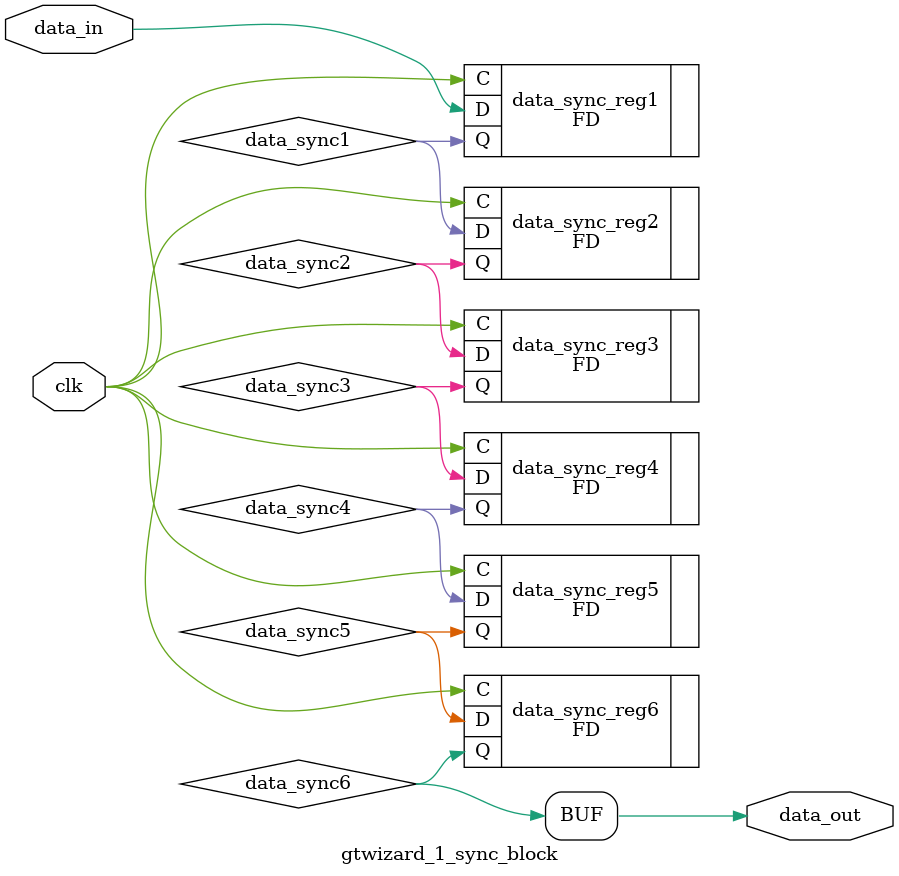
<source format=v>




`timescale 1ps / 1ps

//(* dont_touch = "yes" *)
module gtwizard_1_sync_block #(
  parameter INITIALISE = 6'b000000
)
(
  input        clk,              // clock to be sync'ed to
  input        data_in,          // Data to be 'synced'
  output       data_out          // synced data
);

  // Internal Signals
  wire data_sync1;
  wire data_sync2;
  wire data_sync3;
  wire data_sync4;
  wire data_sync5;
  wire data_sync6;


  (* shreg_extract = "no", ASYNC_REG = "TRUE" *)
  FD #(
    .INIT (INITIALISE[0])
  ) data_sync_reg1 (
    .C  (clk),
    .D  (data_in),
    .Q  (data_sync1)
  );


  (* shreg_extract = "no", ASYNC_REG = "TRUE" *)
  FD #(
   .INIT (INITIALISE[1])
  ) data_sync_reg2 (
  .C  (clk),
  .D  (data_sync1),
  .Q  (data_sync2)
  );


  (* shreg_extract = "no", ASYNC_REG = "TRUE" *)
  FD #(
   .INIT (INITIALISE[2])
  ) data_sync_reg3 (
  .C  (clk),
  .D  (data_sync2),
  .Q  (data_sync3)
  );

  (* shreg_extract = "no", ASYNC_REG = "TRUE" *)
  FD #(
   .INIT (INITIALISE[3])
  ) data_sync_reg4 (
  .C  (clk),
  .D  (data_sync3),
  .Q  (data_sync4)
  );

  (* shreg_extract = "no", ASYNC_REG = "TRUE" *)
  FD #(
   .INIT (INITIALISE[4])
  ) data_sync_reg5 (
  .C  (clk),
  .D  (data_sync4),
  .Q  (data_sync5)
  );

  (* shreg_extract = "no", ASYNC_REG = "TRUE" *)
  FD #(
   .INIT (INITIALISE[5])
  ) data_sync_reg6 (
  .C  (clk),
  .D  (data_sync5),
  .Q  (data_sync6)
  );
  assign data_out = data_sync6;



endmodule

</source>
